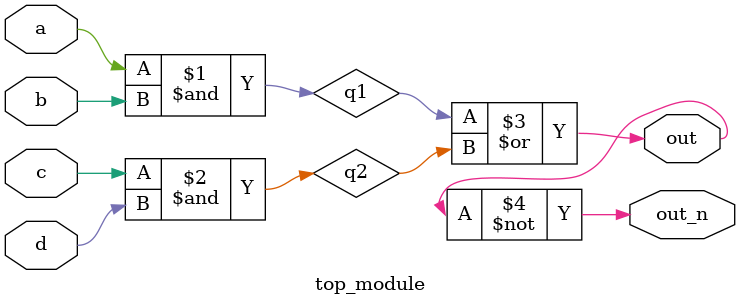
<source format=v>
`default_nettype none
module top_module(
    input a,
    input b,
    input c,
    input d,
    output out,
    output out_n   ); 
    //declare internal signals
wire q1,q2 ;

    assign q1    = a & b ;
    assign q2    = c & d ;
    assign out   = q1 | q2 ;
    assign out_n = ~out ;
endmodule

</source>
